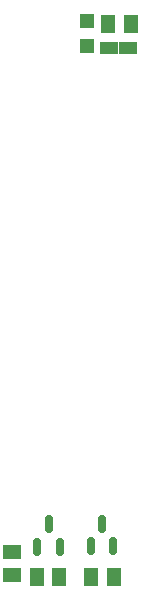
<source format=gbr>
%TF.GenerationSoftware,KiCad,Pcbnew,(6.0.6)*%
%TF.CreationDate,2023-06-07T09:40:16+01:00*%
%TF.ProjectId,DC_DC_Controller,44435f44-435f-4436-9f6e-74726f6c6c65,rev?*%
%TF.SameCoordinates,Original*%
%TF.FileFunction,Paste,Top*%
%TF.FilePolarity,Positive*%
%FSLAX46Y46*%
G04 Gerber Fmt 4.6, Leading zero omitted, Abs format (unit mm)*
G04 Created by KiCad (PCBNEW (6.0.6)) date 2023-06-07 09:40:16*
%MOMM*%
%LPD*%
G01*
G04 APERTURE LIST*
G04 Aperture macros list*
%AMRoundRect*
0 Rectangle with rounded corners*
0 $1 Rounding radius*
0 $2 $3 $4 $5 $6 $7 $8 $9 X,Y pos of 4 corners*
0 Add a 4 corners polygon primitive as box body*
4,1,4,$2,$3,$4,$5,$6,$7,$8,$9,$2,$3,0*
0 Add four circle primitives for the rounded corners*
1,1,$1+$1,$2,$3*
1,1,$1+$1,$4,$5*
1,1,$1+$1,$6,$7*
1,1,$1+$1,$8,$9*
0 Add four rect primitives between the rounded corners*
20,1,$1+$1,$2,$3,$4,$5,0*
20,1,$1+$1,$4,$5,$6,$7,0*
20,1,$1+$1,$6,$7,$8,$9,0*
20,1,$1+$1,$8,$9,$2,$3,0*%
G04 Aperture macros list end*
%ADD10R,1.500000X1.300000*%
%ADD11R,1.300000X1.500000*%
%ADD12R,1.500000X1.000000*%
%ADD13RoundRect,0.150000X0.150000X-0.587500X0.150000X0.587500X-0.150000X0.587500X-0.150000X-0.587500X0*%
%ADD14R,1.198880X1.198880*%
G04 APERTURE END LIST*
D10*
%TO.C,R4*%
X151130000Y-123820000D03*
X151130000Y-121920000D03*
%TD*%
D11*
%TO.C,R1*%
X155115200Y-124000000D03*
X153215200Y-124000000D03*
%TD*%
%TO.C,R3*%
X159258000Y-77216000D03*
X161158000Y-77216000D03*
%TD*%
D12*
%TO.C,J5*%
X159308800Y-79248000D03*
X160909000Y-79248000D03*
%TD*%
D13*
%TO.C,Q1*%
X153265200Y-121437500D03*
X155165200Y-121437500D03*
X154215200Y-119562500D03*
%TD*%
%TO.C,Q2*%
X157765200Y-121375000D03*
X159665200Y-121375000D03*
X158715200Y-119500000D03*
%TD*%
D11*
%TO.C,R2*%
X157815200Y-124000000D03*
X159715200Y-124000000D03*
%TD*%
D14*
%TO.C,D1*%
X157480000Y-79060040D03*
X157480000Y-76962000D03*
%TD*%
M02*

</source>
